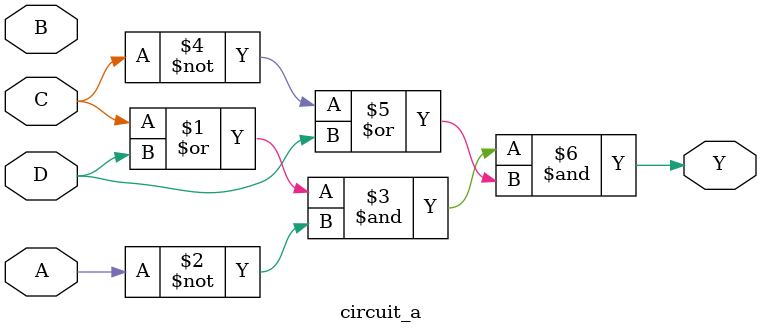
<source format=v>
module circuit_a(
    input A,
    input B, 
    input C,
    input D,
    output Y
   
);

   assign Y = (C | D) & (~A) & (~C | D);

endmodule

</source>
